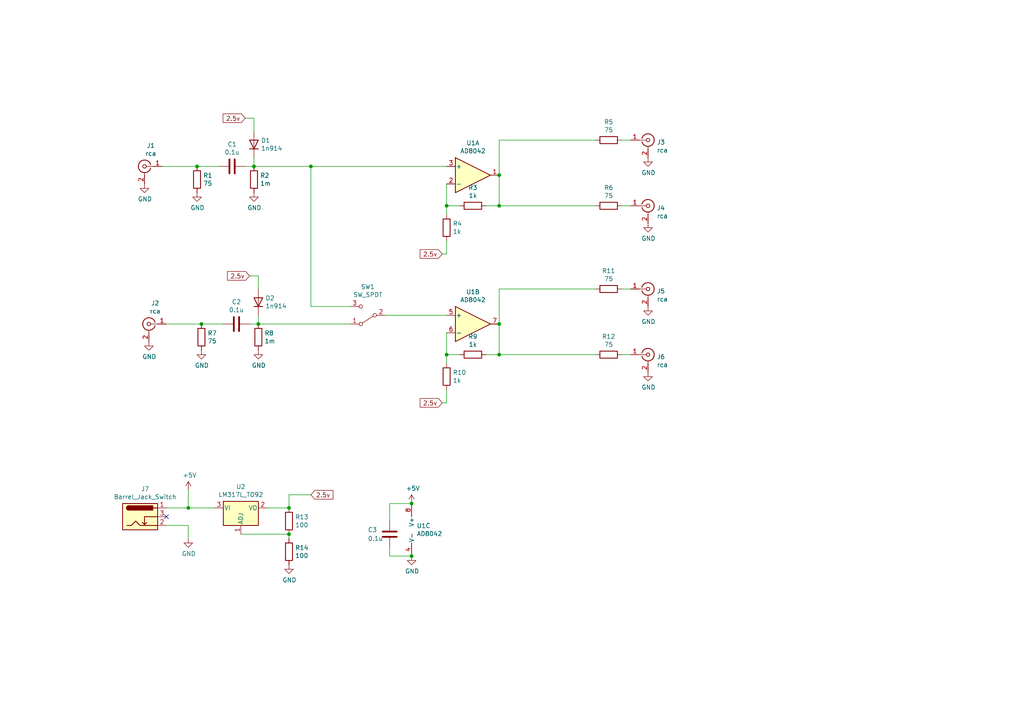
<source format=kicad_sch>
(kicad_sch (version 20211123) (generator eeschema)
  (paper "A4")
  (title_block (title "_bisect_") (date "2022-03-23") (rev "v0_1_1") (company "cyberboy666"))
  (lib_symbols
    (symbol "Amplifier_Operational:ADA4807-2ARM" (pin_names (offset 0.127))
      (property "Reference" "U" (at 0 5.08 0))
      (property "Value" "ADA4807-2ARM" (at 0 -5.08 0))
      (symbol "ADA4807-2ARM_1_1"
        (polyline (pts (xy -5.08 5.08) (xy 5.08 0) (xy -5.08 -5.08) (xy -5.08 5.08)) (stroke (width 0.254)) (fill (type background)))
        (pin output line (at 7.62 0 180) (length 2.54) (name "~") (number "1"))
        (pin input line (at -7.62 -2.54 0) (length 2.54) (name "-") (number "2"))
        (pin input line (at -7.62 2.54 0) (length 2.54) (name "+") (number "3"))
      )
      (symbol "ADA4807-2ARM_2_1"
        (polyline (pts (xy -5.08 5.08) (xy 5.08 0) (xy -5.08 -5.08) (xy -5.08 5.08)) (stroke (width 0.254)) (fill (type background)))
        (pin input line (at -7.62 2.54 0) (length 2.54) (name "+") (number "5"))
        (pin input line (at -7.62 -2.54 0) (length 2.54) (name "-") (number "6"))
        (pin output line (at 7.62 0 180) (length 2.54) (name "~") (number "7"))
      )
      (symbol "ADA4807-2ARM_3_1"
        (pin power_in line (at -2.54 -7.62 90) (length 3.81) (name "V-") (number "4"))
        (pin power_in line (at -2.54 7.62 270) (length 3.81) (name "V+") (number "8"))
      )
    )
    (symbol "Connector:Barrel_Jack_Switch" (pin_names hide)
      (property "Reference" "J" (at 0 5.334 0))
      (property "Value" "Barrel_Jack_Switch" (at 0 -5.08 0))
      (symbol "Barrel_Jack_Switch_0_1"
        (rectangle (start -5.08 3.81) (end 5.08 -3.81) (stroke (width 0.254)) (fill (type background)))
        (arc (start -3.302 3.175) (mid -3.937 2.54) (end -3.302 1.905) (stroke (width 0.254)))
        (arc (start -3.302 3.175) (mid -3.937 2.54) (end -3.302 1.905) (stroke (width 0.254)) (fill (type outline)))
        (polyline (pts (xy 1.27 -2.286) (xy 1.905 -1.651)) (stroke (width 0.254)))
        (polyline (pts (xy 5.08 2.54) (xy 3.81 2.54)) (stroke (width 0.254)))
        (polyline (pts (xy 5.08 0) (xy 1.27 0) (xy 1.27 -2.286) (xy 0.635 -1.651)) (stroke (width 0.254)))
        (polyline (pts (xy -3.81 -2.54) (xy -2.54 -2.54) (xy -1.27 -1.27) (xy 0 -2.54) (xy 2.54 -2.54) (xy 5.08 -2.54)) (stroke (width 0.254)))
        (rectangle (start 3.683 3.175) (end -3.302 1.905) (stroke (width 0.254)) (fill (type outline)))
      )
      (symbol "Barrel_Jack_Switch_1_1"
        (pin passive line (at 7.62 2.54 180) (length 2.54) (name "~") (number "1"))
        (pin passive line (at 7.62 -2.54 180) (length 2.54) (name "~") (number "2"))
        (pin passive line (at 7.62 0 180) (length 2.54) (name "~") (number "3"))
      )
    )
    (symbol "Connector:Conn_Coaxial" (pin_names (offset 1.016) hide)
      (property "Reference" "J" (at 0.254 3.048 0))
      (property "Value" "Conn_Coaxial" (at 2.921 0 90))
      (symbol "Conn_Coaxial_0_1"
        (arc (start -1.778 -0.508) (mid 0.2311 -1.8066) (end 1.778 0) (stroke (width 0.254)))
        (polyline (pts (xy -2.54 0) (xy -0.508 0)))
        (polyline (pts (xy 0 -2.54) (xy 0 -1.778)))
        (circle (center 0 0) (radius 0.508) (stroke (width 0.2032)))
        (arc (start 1.778 0) (mid 0.2099 1.8101) (end -1.778 0.508) (stroke (width 0.254)))
      )
      (symbol "Conn_Coaxial_1_1"
        (pin passive line (at -5.08 0 0) (length 2.54) (name "In") (number "1"))
        (pin passive line (at 0 -5.08 90) (length 2.54) (name "Ext") (number "2"))
      )
    )
    (symbol "Device:C" (pin_numbers hide) (pin_names (offset 0.254))
      (property "Reference" "C" (at 0.635 2.54 0))
      (property "Value" "C" (at 0.635 -2.54 0))
      (symbol "C_0_1"
        (polyline (pts (xy -2.032 -0.762) (xy 2.032 -0.762)) (stroke (width 0.508)))
        (polyline (pts (xy -2.032 0.762) (xy 2.032 0.762)) (stroke (width 0.508)))
      )
      (symbol "C_1_1"
        (pin passive line (at 0 3.81 270) (length 2.794) (name "~") (number "1"))
        (pin passive line (at 0 -3.81 90) (length 2.794) (name "~") (number "2"))
      )
    )
    (symbol "Device:D" (pin_numbers hide) (pin_names (offset 1.016) hide)
      (property "Reference" "D" (at 0 2.54 0))
      (property "Value" "D" (at 0 -2.54 0))
      (symbol "D_0_1"
        (polyline (pts (xy -1.27 1.27) (xy -1.27 -1.27)) (stroke (width 0.254)))
        (polyline (pts (xy 1.27 0) (xy -1.27 0)))
        (polyline (pts (xy 1.27 1.27) (xy 1.27 -1.27) (xy -1.27 0) (xy 1.27 1.27)) (stroke (width 0.254)))
      )
      (symbol "D_1_1"
        (pin passive line (at -3.81 0 0) (length 2.54) (name "K") (number "1"))
        (pin passive line (at 3.81 0 180) (length 2.54) (name "A") (number "2"))
      )
    )
    (symbol "Device:R" (pin_numbers hide) (pin_names (offset 0))
      (property "Reference" "R" (at 2.032 0 90))
      (property "Value" "R" (at 0 0 90))
      (symbol "R_0_1"
        (rectangle (start -1.016 -2.54) (end 1.016 2.54) (stroke (width 0.254)))
      )
      (symbol "R_1_1"
        (pin passive line (at 0 3.81 270) (length 1.27) (name "~") (number "1"))
        (pin passive line (at 0 -3.81 90) (length 1.27) (name "~") (number "2"))
      )
    )
    (symbol "Regulator_Linear:LM317L_TO92" (pin_names (offset 0.254))
      (property "Reference" "U" (at -3.81 3.175 0))
      (property "Value" "LM317L_TO92" (at 0 3.175 0))
      (symbol "LM317L_TO92_0_1"
        (rectangle (start -5.08 1.905) (end 5.08 -5.08) (stroke (width 0.254)) (fill (type background)))
      )
      (symbol "LM317L_TO92_1_1"
        (pin input line (at 0 -7.62 90) (length 2.54) (name "ADJ") (number "1"))
        (pin power_out line (at 7.62 0 180) (length 2.54) (name "VO") (number "2"))
        (pin power_in line (at -7.62 0 0) (length 2.54) (name "VI") (number "3"))
      )
    )
    (symbol "Switch:SW_SPDT" (pin_names (offset 0) hide)
      (property "Reference" "SW" (at 0 4.318 0))
      (property "Value" "SW_SPDT" (at 0 -5.08 0))
      (symbol "SW_SPDT_0_0"
        (circle (center -2.032 0) (radius 0.508))
        (circle (center 2.032 -2.54) (radius 0.508))
      )
      (symbol "SW_SPDT_0_1"
        (polyline (pts (xy -1.524 0.254) (xy 1.651 2.286)))
        (circle (center 2.032 2.54) (radius 0.508))
      )
      (symbol "SW_SPDT_1_1"
        (pin passive line (at 5.08 2.54 180) (length 2.54) (name "A") (number "1"))
        (pin passive line (at -5.08 0 0) (length 2.54) (name "B") (number "2"))
        (pin passive line (at 5.08 -2.54 180) (length 2.54) (name "C") (number "3"))
      )
    )
    (symbol "power:+5V" (power) (pin_names (offset 0))
      (property "Value" "+5V" (at 0 3.556 0))
      (symbol "+5V_0_1"
        (polyline (pts (xy -0.762 1.27) (xy 0 2.54)))
        (polyline (pts (xy 0 0) (xy 0 2.54)))
        (polyline (pts (xy 0 2.54) (xy 0.762 1.27)))
      )
      (symbol "+5V_1_1"
        (pin power_in line (at 0 0 90) (length 0) hide (name "+5V") (number "1"))
      )
    )
    (symbol "power:GND" (power) (pin_names (offset 0))
      (property "Value" "GND" (at 0 -3.81 0))
      (symbol "GND_0_1"
        (polyline (pts (xy 0 0) (xy 0 -1.27) (xy 1.27 -1.27) (xy 0 -2.54) (xy -1.27 -1.27) (xy 0 -1.27)))
      )
      (symbol "GND_1_1"
        (pin power_in line (at 0 0 270) (length 0) hide (name "GND") (number "1"))
      )
    )
  )
  (junction (at 90.17 48.26))
  (junction (at 144.78 59.69))
  (junction (at 144.78 50.8))
  (junction (at 144.78 102.87))
  (junction (at 129.54 102.87))
  (junction (at 74.93 93.98))
  (junction (at 83.82 147.32))
  (junction (at 54.61 147.32))
  (junction (at 119.38 161.29))
  (junction (at 129.54 59.69))
  (junction (at 57.15 48.26))
  (junction (at 119.38 146.05))
  (junction (at 83.82 154.94))
  (junction (at 73.66 48.26))
  (junction (at 58.42 93.98))
  (junction (at 144.78 93.98))
  (no_connect (at 48.26 149.86))
  (wire (pts (xy 54.61 142.24) (xy 54.61 147.32)))
  (wire (pts (xy 182.88 102.87) (xy 180.34 102.87)))
  (wire (pts (xy 101.6 88.9) (xy 90.17 88.9)))
  (wire (pts (xy 72.39 80.01) (xy 74.93 80.01)))
  (wire (pts (xy 83.82 147.32) (xy 77.47 147.32)))
  (wire (pts (xy 140.97 59.69) (xy 144.78 59.69)))
  (wire (pts (xy 119.38 161.29) (xy 113.03 161.29)))
  (wire (pts (xy 54.61 156.21) (xy 54.61 152.4)))
  (wire (pts (xy 182.88 59.69) (xy 180.34 59.69)))
  (wire (pts (xy 144.78 40.64) (xy 172.72 40.64)))
  (wire (pts (xy 128.27 73.66) (xy 129.54 73.66)))
  (wire (pts (xy 129.54 91.44) (xy 111.76 91.44)))
  (wire (pts (xy 83.82 156.21) (xy 83.82 154.94)))
  (wire (pts (xy 129.54 62.23) (xy 129.54 59.69)))
  (wire (pts (xy 90.17 48.26) (xy 129.54 48.26)))
  (wire (pts (xy 71.12 48.26) (xy 73.66 48.26)))
  (wire (pts (xy 54.61 147.32) (xy 48.26 147.32)))
  (wire (pts (xy 144.78 83.82) (xy 172.72 83.82)))
  (wire (pts (xy 58.42 93.98) (xy 48.26 93.98)))
  (wire (pts (xy 182.88 83.82) (xy 180.34 83.82)))
  (wire (pts (xy 144.78 93.98) (xy 144.78 102.87)))
  (wire (pts (xy 73.66 48.26) (xy 73.66 45.72)))
  (wire (pts (xy 73.66 34.29) (xy 73.66 38.1)))
  (wire (pts (xy 63.5 48.26) (xy 57.15 48.26)))
  (wire (pts (xy 62.23 147.32) (xy 54.61 147.32)))
  (wire (pts (xy 57.15 48.26) (xy 46.99 48.26)))
  (wire (pts (xy 90.17 143.51) (xy 83.82 143.51)))
  (wire (pts (xy 129.54 73.66) (xy 129.54 69.85)))
  (wire (pts (xy 144.78 93.98) (xy 144.78 83.82)))
  (wire (pts (xy 119.38 146.05) (xy 113.03 146.05)))
  (wire (pts (xy 64.77 93.98) (xy 58.42 93.98)))
  (wire (pts (xy 182.88 40.64) (xy 180.34 40.64)))
  (wire (pts (xy 128.27 116.84) (xy 129.54 116.84)))
  (wire (pts (xy 74.93 93.98) (xy 74.93 91.44)))
  (wire (pts (xy 140.97 102.87) (xy 144.78 102.87)))
  (wire (pts (xy 144.78 102.87) (xy 172.72 102.87)))
  (wire (pts (xy 144.78 50.8) (xy 144.78 59.69)))
  (wire (pts (xy 72.39 93.98) (xy 74.93 93.98)))
  (wire (pts (xy 133.35 102.87) (xy 129.54 102.87)))
  (wire (pts (xy 54.61 152.4) (xy 48.26 152.4)))
  (wire (pts (xy 144.78 59.69) (xy 172.72 59.69)))
  (wire (pts (xy 90.17 88.9) (xy 90.17 48.26)))
  (wire (pts (xy 113.03 161.29) (xy 113.03 158.75)))
  (wire (pts (xy 133.35 59.69) (xy 129.54 59.69)))
  (wire (pts (xy 129.54 59.69) (xy 129.54 53.34)))
  (wire (pts (xy 73.66 48.26) (xy 90.17 48.26)))
  (wire (pts (xy 101.6 93.98) (xy 74.93 93.98)))
  (wire (pts (xy 83.82 154.94) (xy 69.85 154.94)))
  (wire (pts (xy 113.03 146.05) (xy 113.03 151.13)))
  (wire (pts (xy 129.54 102.87) (xy 129.54 96.52)))
  (wire (pts (xy 74.93 80.01) (xy 74.93 83.82)))
  (wire (pts (xy 129.54 116.84) (xy 129.54 113.03)))
  (wire (pts (xy 83.82 143.51) (xy 83.82 147.32)))
  (wire (pts (xy 144.78 50.8) (xy 144.78 40.64)))
  (wire (pts (xy 71.12 34.29) (xy 73.66 34.29)))
  (wire (pts (xy 129.54 105.41) (xy 129.54 102.87)))
  (global_label "2.5v" (shape input) (at 90.17 143.51 0) (property "Intersheet References" "${INTERSHEET_REFS}" (effects hide)))
  (global_label "2.5v" (shape input) (at 128.27 73.66 180) (property "Intersheet References" "${INTERSHEET_REFS}" (effects hide)))
  (global_label "2.5v" (shape input) (at 71.12 34.29 180) (property "Intersheet References" "${INTERSHEET_REFS}" (effects hide)))
  (global_label "2.5v" (shape input) (at 128.27 116.84 180) (property "Intersheet References" "${INTERSHEET_REFS}" (effects hide)))
  (global_label "2.5v" (shape input) (at 72.39 80.01 180) (property "Intersheet References" "${INTERSHEET_REFS}" (effects hide)))
  (symbol (lib_id "Connector:Conn_Coaxial") (at 41.91 48.26 0) (mirror y) (unit 1)
    (property "Reference" "J1" (at 43.7388 42.2148 0))
    (property "Value" "rca" (at 43.7388 44.5262 0))
    (property "Footprint" "lib_fp:tht_rca_vertical" (effects hide))
    (property "Datasheet" " ~" (effects hide))
  )
  (symbol (lib_id "Connector:Conn_Coaxial") (at 187.96 83.82 0) (unit 1)
    (property "Reference" "J5" (at 190.5 84.455 0) (effects (justify left)))
    (property "Value" "rca" (at 190.5 86.7664 0) (effects (justify left)))
    (property "Footprint" "lib_fp:tht_rca_vertical" (effects hide))
    (property "Datasheet" " ~" (effects hide))
  )
  (symbol (lib_id "Connector:Conn_Coaxial") (at 187.96 102.87 0) (unit 1)
    (property "Reference" "J6" (at 190.5 103.505 0) (effects (justify left)))
    (property "Value" "rca" (at 190.5 105.8164 0) (effects (justify left)))
    (property "Footprint" "lib_fp:tht_rca_vertical" (effects hide))
    (property "Datasheet" " ~" (effects hide))
  )
  (symbol (lib_id "power:GND") (at 41.91 53.34 0) (unit 1)
    (property "Reference" "#PWR01" (effects hide))
    (property "Value" "GND" (at 42.037 57.7342 0))
  )
  (symbol (lib_id "power:GND") (at 187.96 88.9 0) (unit 1)
    (property "Reference" "#PWR014" (effects hide))
    (property "Value" "GND" (at 188.087 93.2942 0))
  )
  (symbol (lib_id "power:GND") (at 187.96 107.95 0) (unit 1)
    (property "Reference" "#PWR015" (effects hide))
    (property "Value" "GND" (at 188.087 112.3442 0))
  )
  (symbol (lib_id "Connector:Barrel_Jack_Switch") (at 40.64 149.86 0) (unit 1)
    (property "Reference" "J7" (at 42.0878 141.8082 0))
    (property "Value" "Barrel_Jack_Switch" (at 42.0878 144.1196 0))
    (property "Footprint" "lib_fp:BarrelJack_Horizontal" (effects hide))
  )
  (symbol (lib_id "Switch:SW_SPDT") (at 106.68 91.44 180) (unit 1)
    (property "Reference" "SW1" (at 106.68 83.185 0))
    (property "Value" "SW_SPDT" (at 106.68 85.4964 0))
    (property "Footprint" "lib_fp:spdt_slide_switch_small_tayda" (effects hide))
  )
  (symbol (lib_id "power:+5V") (at 54.61 142.24 0) (unit 1)
    (property "Reference" "#PWR03" (effects hide))
    (property "Value" "+5V" (at 54.991 137.8458 0))
  )
  (symbol (lib_id "power:GND") (at 54.61 156.21 0) (unit 1)
    (property "Reference" "#PWR04" (effects hide))
    (property "Value" "GND" (at 54.737 160.6042 0))
  )
  (symbol (lib_id "Regulator_Linear:LM317L_TO92") (at 69.85 147.32 0) (unit 1)
    (property "Reference" "U2" (at 69.85 141.1732 0))
    (property "Value" "LM317L_TO92" (at 69.85 143.4846 0))
    (property "Footprint" "Package_TO_SOT_THT:TO-92_HandSolder" (effects hide))
    (property "Datasheet" "http://www.ti.com/lit/ds/snvs775k/snvs775k.pdf" (effects hide))
  )
  (symbol (lib_id "Device:R") (at 83.82 151.13 0) (unit 1)
    (property "Reference" "R13" (at 85.598 149.9616 0) (effects (justify left)))
    (property "Value" "100" (at 85.598 152.273 0) (effects (justify left)))
    (property "Footprint" "Resistor_THT:R_Axial_DIN0207_L6.3mm_D2.5mm_P5.08mm_Vertical" (effects hide))
  )
  (symbol (lib_id "Device:R") (at 83.82 160.02 0) (unit 1)
    (property "Reference" "R14" (at 85.598 158.8516 0) (effects (justify left)))
    (property "Value" "100" (at 85.598 161.163 0) (effects (justify left)))
    (property "Footprint" "Resistor_THT:R_Axial_DIN0207_L6.3mm_D2.5mm_P5.08mm_Vertical" (effects hide))
  )
  (symbol (lib_id "power:GND") (at 83.82 163.83 0) (unit 1)
    (property "Reference" "#PWR09" (effects hide))
    (property "Value" "GND" (at 83.947 168.2242 0))
  )
  (symbol (lib_id "Amplifier_Operational:ADA4807-2ARM") (at 137.16 93.98 0) (unit 2)
    (property "Reference" "U1" (at 137.16 84.6582 0))
    (property "Value" "AD8042" (at 137.16 86.9696 0))
    (property "Footprint" "Package_SO:SOP-8_3.9x4.9mm_P1.27mm" (effects hide))
    (property "Datasheet" "https://www.analog.com/media/en/technical-documentation/data-sheets/ADA4807-1_4807-2_4807-4.pdf" (effects hide))
  )
  (symbol (lib_id "Device:R") (at 57.15 52.07 0) (unit 1)
    (property "Reference" "R1" (at 58.928 50.9016 0) (effects (justify left)))
    (property "Value" "75" (at 58.928 53.213 0) (effects (justify left)))
    (property "Footprint" "Resistor_THT:R_Axial_DIN0207_L6.3mm_D2.5mm_P5.08mm_Vertical" (effects hide))
  )
  (symbol (lib_id "power:GND") (at 57.15 55.88 0) (unit 1)
    (property "Reference" "#PWR05" (effects hide))
    (property "Value" "GND" (at 57.277 60.2742 0))
  )
  (symbol (lib_id "Device:C") (at 67.31 48.26 270) (unit 1)
    (property "Reference" "C1" (at 67.31 41.8592 90))
    (property "Value" "0.1u" (at 67.31 44.1706 90))
    (property "Footprint" "Capacitor_THT:C_Disc_D4.7mm_W2.5mm_P5.00mm" (effects hide))
  )
  (symbol (lib_id "Device:D") (at 73.66 41.91 90) (unit 1)
    (property "Reference" "D1" (at 75.692 40.7416 90) (effects (justify right)))
    (property "Value" "1n914" (at 75.692 43.053 90) (effects (justify right)))
    (property "Footprint" "Diode_THT:D_T-1_P5.08mm_Horizontal" (effects hide))
  )
  (symbol (lib_id "Device:R") (at 73.66 52.07 0) (unit 1)
    (property "Reference" "R2" (at 75.438 50.9016 0) (effects (justify left)))
    (property "Value" "1m" (at 75.438 53.213 0) (effects (justify left)))
    (property "Footprint" "Resistor_THT:R_Axial_DIN0207_L6.3mm_D2.5mm_P5.08mm_Vertical" (effects hide))
  )
  (symbol (lib_id "power:GND") (at 73.66 55.88 0) (unit 1)
    (property "Reference" "#PWR07" (effects hide))
    (property "Value" "GND" (at 73.787 60.2742 0))
  )
  (symbol (lib_id "Connector:Conn_Coaxial") (at 43.18 93.98 0) (mirror y) (unit 1)
    (property "Reference" "J2" (at 45.0088 87.9348 0))
    (property "Value" "rca" (at 45.0088 90.2462 0))
    (property "Footprint" "lib_fp:tht_rca_vertical" (effects hide))
    (property "Datasheet" " ~" (effects hide))
  )
  (symbol (lib_id "power:GND") (at 43.18 99.06 0) (unit 1)
    (property "Reference" "#PWR02" (effects hide))
    (property "Value" "GND" (at 43.307 103.4542 0))
  )
  (symbol (lib_id "Device:R") (at 58.42 97.79 0) (unit 1)
    (property "Reference" "R7" (at 60.198 96.6216 0) (effects (justify left)))
    (property "Value" "75" (at 60.198 98.933 0) (effects (justify left)))
    (property "Footprint" "Resistor_THT:R_Axial_DIN0207_L6.3mm_D2.5mm_P5.08mm_Vertical" (effects hide))
  )
  (symbol (lib_id "power:GND") (at 58.42 101.6 0) (unit 1)
    (property "Reference" "#PWR06" (effects hide))
    (property "Value" "GND" (at 58.547 105.9942 0))
  )
  (symbol (lib_id "Device:C") (at 68.58 93.98 270) (unit 1)
    (property "Reference" "C2" (at 68.58 87.5792 90))
    (property "Value" "0.1u" (at 68.58 89.8906 90))
    (property "Footprint" "Capacitor_THT:C_Disc_D4.7mm_W2.5mm_P5.00mm" (effects hide))
  )
  (symbol (lib_id "Device:D") (at 74.93 87.63 90) (unit 1)
    (property "Reference" "D2" (at 76.962 86.4616 90) (effects (justify right)))
    (property "Value" "1n914" (at 76.962 88.773 90) (effects (justify right)))
    (property "Footprint" "Diode_THT:D_T-1_P5.08mm_Horizontal" (effects hide))
  )
  (symbol (lib_id "Device:R") (at 74.93 97.79 0) (unit 1)
    (property "Reference" "R8" (at 76.708 96.6216 0) (effects (justify left)))
    (property "Value" "1m" (at 76.708 98.933 0) (effects (justify left)))
    (property "Footprint" "Resistor_THT:R_Axial_DIN0207_L6.3mm_D2.5mm_P5.08mm_Vertical" (effects hide))
  )
  (symbol (lib_id "power:GND") (at 74.93 101.6 0) (unit 1)
    (property "Reference" "#PWR08" (effects hide))
    (property "Value" "GND" (at 75.057 105.9942 0))
  )
  (symbol (lib_id "Device:R") (at 176.53 83.82 270) (unit 1)
    (property "Reference" "R11" (at 176.53 78.5622 90))
    (property "Value" "75" (at 176.53 80.8736 90))
    (property "Footprint" "Resistor_THT:R_Axial_DIN0207_L6.3mm_D2.5mm_P5.08mm_Vertical" (effects hide))
  )
  (symbol (lib_id "Device:R") (at 176.53 102.87 270) (unit 1)
    (property "Reference" "R12" (at 176.53 97.6122 90))
    (property "Value" "75" (at 176.53 99.9236 90))
    (property "Footprint" "Resistor_THT:R_Axial_DIN0207_L6.3mm_D2.5mm_P5.08mm_Vertical" (effects hide))
  )
  (symbol (lib_id "Device:R") (at 137.16 102.87 270) (unit 1)
    (property "Reference" "R9" (at 137.16 97.6122 90))
    (property "Value" "1k" (at 137.16 99.9236 90))
    (property "Footprint" "Resistor_THT:R_Axial_DIN0207_L6.3mm_D2.5mm_P5.08mm_Vertical" (effects hide))
  )
  (symbol (lib_id "Device:R") (at 129.54 109.22 180) (unit 1)
    (property "Reference" "R10" (at 131.318 108.0516 0) (effects (justify right)))
    (property "Value" "1k" (at 131.318 110.363 0) (effects (justify right)))
    (property "Footprint" "Resistor_THT:R_Axial_DIN0207_L6.3mm_D2.5mm_P5.08mm_Vertical" (effects hide))
  )
  (symbol (lib_id "Connector:Conn_Coaxial") (at 187.96 40.64 0) (unit 1)
    (property "Reference" "J3" (at 190.5 41.275 0) (effects (justify left)))
    (property "Value" "rca" (at 190.5 43.5864 0) (effects (justify left)))
    (property "Footprint" "lib_fp:tht_rca_vertical" (effects hide))
    (property "Datasheet" " ~" (effects hide))
  )
  (symbol (lib_id "Connector:Conn_Coaxial") (at 187.96 59.69 0) (unit 1)
    (property "Reference" "J4" (at 190.5 60.325 0) (effects (justify left)))
    (property "Value" "rca" (at 190.5 62.6364 0) (effects (justify left)))
    (property "Footprint" "lib_fp:tht_rca_vertical" (effects hide))
    (property "Datasheet" " ~" (effects hide))
  )
  (symbol (lib_id "power:GND") (at 187.96 45.72 0) (unit 1)
    (property "Reference" "#PWR012" (effects hide))
    (property "Value" "GND" (at 188.087 50.1142 0))
  )
  (symbol (lib_id "power:GND") (at 187.96 64.77 0) (unit 1)
    (property "Reference" "#PWR013" (effects hide))
    (property "Value" "GND" (at 188.087 69.1642 0))
  )
  (symbol (lib_id "Amplifier_Operational:ADA4807-2ARM") (at 137.16 50.8 0) (unit 1)
    (property "Reference" "U1" (at 137.16 41.4782 0))
    (property "Value" "AD8042" (at 137.16 43.7896 0))
    (property "Footprint" "Package_SO:SOP-8_3.9x4.9mm_P1.27mm" (effects hide))
    (property "Datasheet" "https://www.analog.com/media/en/technical-documentation/data-sheets/ADA4807-1_4807-2_4807-4.pdf" (effects hide))
  )
  (symbol (lib_id "Device:R") (at 176.53 40.64 270) (unit 1)
    (property "Reference" "R5" (at 176.53 35.3822 90))
    (property "Value" "75" (at 176.53 37.6936 90))
    (property "Footprint" "Resistor_THT:R_Axial_DIN0207_L6.3mm_D2.5mm_P5.08mm_Vertical" (effects hide))
  )
  (symbol (lib_id "Device:R") (at 176.53 59.69 270) (unit 1)
    (property "Reference" "R6" (at 176.53 54.4322 90))
    (property "Value" "75" (at 176.53 56.7436 90))
    (property "Footprint" "Resistor_THT:R_Axial_DIN0207_L6.3mm_D2.5mm_P5.08mm_Vertical" (effects hide))
  )
  (symbol (lib_id "Device:R") (at 137.16 59.69 270) (unit 1)
    (property "Reference" "R3" (at 137.16 54.4322 90))
    (property "Value" "1k" (at 137.16 56.7436 90))
    (property "Footprint" "Resistor_THT:R_Axial_DIN0207_L6.3mm_D2.5mm_P5.08mm_Vertical" (effects hide))
  )
  (symbol (lib_id "Device:R") (at 129.54 66.04 180) (unit 1)
    (property "Reference" "R4" (at 131.318 64.8716 0) (effects (justify right)))
    (property "Value" "1k" (at 131.318 67.183 0) (effects (justify right)))
    (property "Footprint" "Resistor_THT:R_Axial_DIN0207_L6.3mm_D2.5mm_P5.08mm_Vertical" (effects hide))
  )
  (symbol (lib_id "Amplifier_Operational:ADA4807-2ARM") (at 121.92 153.67 0) (unit 3)
    (property "Reference" "U1" (at 120.8532 152.5016 0) (effects (justify left)))
    (property "Value" "AD8042" (at 120.8532 154.813 0) (effects (justify left)))
    (property "Footprint" "Package_SO:SOP-8_3.9x4.9mm_P1.27mm" (effects hide))
    (property "Datasheet" "https://www.analog.com/media/en/technical-documentation/data-sheets/ADA4807-1_4807-2_4807-4.pdf" (effects hide))
  )
  (symbol (lib_id "power:GND") (at 119.38 161.29 0) (unit 1)
    (property "Reference" "#PWR011" (effects hide))
    (property "Value" "GND" (at 119.507 165.6842 0))
  )
  (symbol (lib_id "power:+5V") (at 119.38 146.05 0) (unit 1)
    (property "Reference" "#PWR010" (effects hide))
    (property "Value" "+5V" (at 119.761 141.6558 0))
  )
  (symbol (lib_id "Device:C") (at 113.03 154.94 0) (unit 1)
    (property "Reference" "C3" (at 106.68 153.67 0) (effects (justify left)))
    (property "Value" "0.1u" (at 106.68 156.21 0) (effects (justify left)))
    (property "Footprint" "Capacitor_THT:C_Disc_D4.7mm_W2.5mm_P5.00mm" (effects hide))
  )
)
</source>
